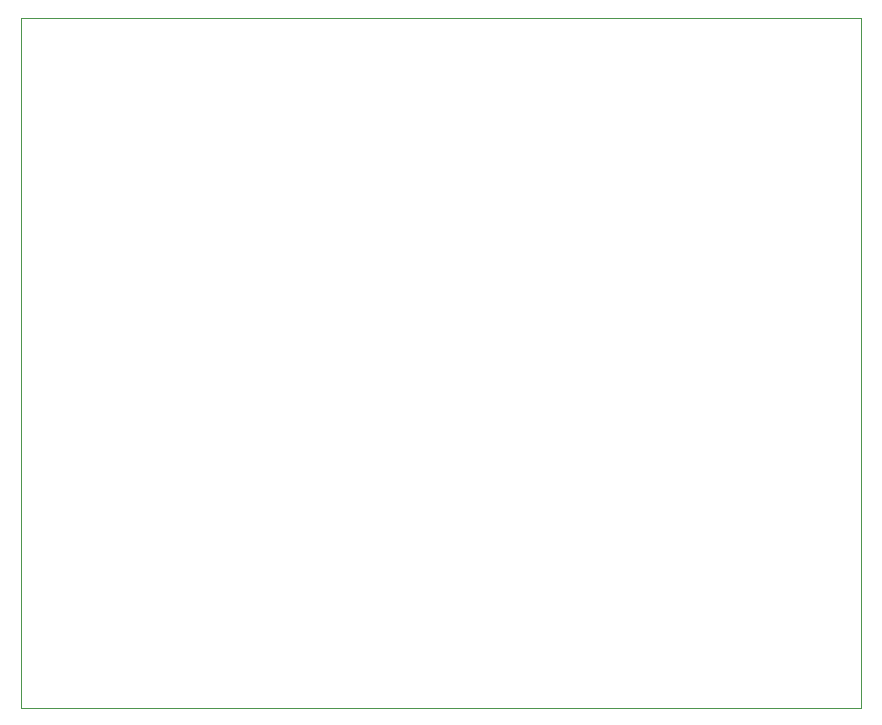
<source format=gbr>
%TF.GenerationSoftware,Altium Limited,Altium Designer,23.9.2 (47)*%
G04 Layer_Color=0*
%FSLAX45Y45*%
%MOMM*%
%TF.SameCoordinates,FB2876E6-207A-4176-94B4-128B36F1A8A2*%
%TF.FilePolarity,Positive*%
%TF.FileFunction,Profile,NP*%
%TF.Part,Single*%
G01*
G75*
%TA.AperFunction,Profile*%
%ADD53C,0.02540*%
D53*
X10668000Y2540000D02*
Y8382000D01*
X17780000D01*
Y2540000D01*
X10668000D01*
%TF.MD5,07d2360d17a86a6779790d5dbab7eb06*%
M02*

</source>
